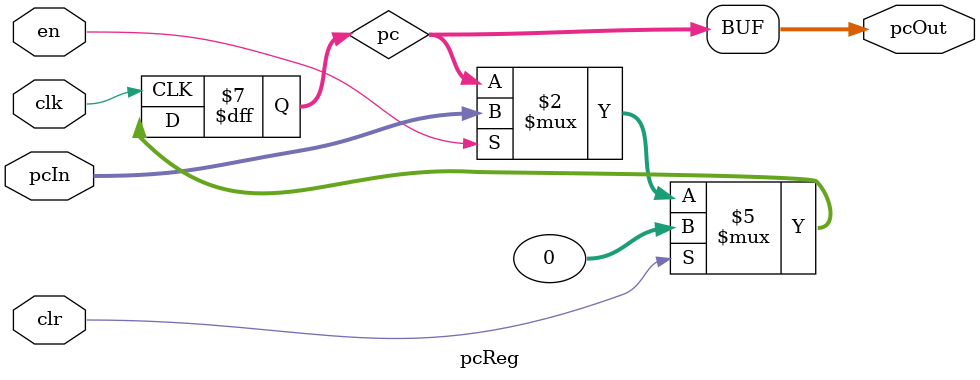
<source format=v>
module pcReg (
        input clk,
        input en,
        input clr,
        input [31:0] pcIn,
        output [31:0] pcOut
    );
    reg [31:0] pc /* verilator public */;
    assign pcOut = pc;

    always @(posedge clk)
        if (clr)
            pc <= 0;
        else if (en)
            pc <= pcIn;

endmodule

</source>
